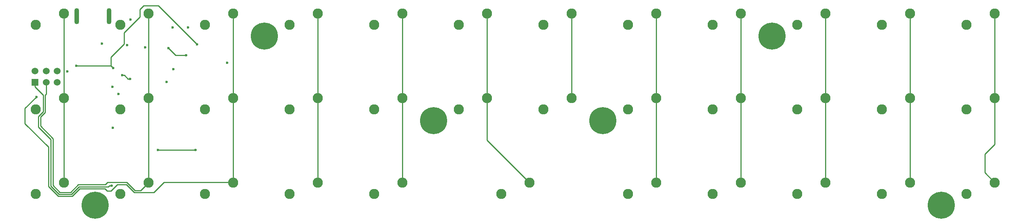
<source format=gtl>
G04 #@! TF.FileFunction,Copper,L1,Top,Signal*
%FSLAX46Y46*%
G04 Gerber Fmt 4.6, Leading zero omitted, Abs format (unit mm)*
G04 Created by KiCad (PCBNEW 4.0.4-stable) date 11/06/16 20:17:08*
%MOMM*%
%LPD*%
G01*
G04 APERTURE LIST*
%ADD10C,0.100000*%
%ADD11C,6.100000*%
%ADD12C,2.286000*%
%ADD13C,1.524000*%
%ADD14R,1.524000X1.524000*%
%ADD15O,1.100000X3.600000*%
%ADD16C,0.600000*%
%ADD17C,0.250000*%
G04 APERTURE END LIST*
D10*
D11*
X19050000Y0D03*
X-19050000Y0D03*
X95250000Y-19050000D03*
X-95250000Y-19050000D03*
X57150000Y19050000D03*
D12*
X-6985000Y5080000D03*
X-13335000Y2540000D03*
X31115000Y24130000D03*
X24765000Y21590000D03*
X2540000Y-13970000D03*
X-3810000Y-16510000D03*
X-83185000Y24130000D03*
X-89535000Y21590000D03*
D13*
X-103750000Y11120000D03*
X-106200000Y8580000D03*
X-106200000Y11120000D03*
D14*
X-108740000Y8580000D03*
D13*
X-108740000Y11120000D03*
X-103750000Y8580000D03*
D12*
X-102235000Y24130000D03*
X-108585000Y21590000D03*
X-64135000Y24130000D03*
X-70485000Y21590000D03*
X-45085000Y24130000D03*
X-51435000Y21590000D03*
X-26035000Y24130000D03*
X-32385000Y21590000D03*
X-6985000Y24130000D03*
X-13335000Y21590000D03*
X12065000Y24130000D03*
X5715000Y21590000D03*
X50165000Y24130000D03*
X43815000Y21590000D03*
X69215000Y24130000D03*
X62865000Y21590000D03*
X88265000Y24130000D03*
X81915000Y21590000D03*
X107315000Y24130000D03*
X100965000Y21590000D03*
X-102235000Y5080000D03*
X-108585000Y2540000D03*
X-83185000Y5080000D03*
X-89535000Y2540000D03*
X-64135000Y5080000D03*
X-70485000Y2540000D03*
X-45085000Y5080000D03*
X-51435000Y2540000D03*
X-26035000Y5080000D03*
X-32385000Y2540000D03*
X12065000Y5080000D03*
X5715000Y2540000D03*
X31115000Y5080000D03*
X24765000Y2540000D03*
X50165000Y5080000D03*
X43815000Y2540000D03*
X69215000Y5080000D03*
X62865000Y2540000D03*
X88265000Y5080000D03*
X81915000Y2540000D03*
X107315000Y5080000D03*
X100965000Y2540000D03*
X-102235000Y-13970000D03*
X-108585000Y-16510000D03*
X-83185000Y-13970000D03*
X-89535000Y-16510000D03*
X-64135000Y-13970000D03*
X-70485000Y-16510000D03*
X-45085000Y-13970000D03*
X-51435000Y-16510000D03*
X-26035000Y-13970000D03*
X-32385000Y-16510000D03*
X31115000Y-13970000D03*
X24765000Y-16510000D03*
X50165000Y-13970000D03*
X43815000Y-16510000D03*
X69215000Y-13970000D03*
X62865000Y-16510000D03*
X88265000Y-13970000D03*
X81915000Y-16510000D03*
X107315000Y-13970000D03*
X100965000Y-16510000D03*
D15*
X-92110000Y23490000D03*
X-99410000Y23490000D03*
D11*
X-57150000Y19050000D03*
D16*
X-87250000Y22750000D03*
X-93690000Y17350000D03*
X-101450000Y11100000D03*
X-74350000Y20950000D03*
X-77800000Y20950000D03*
X-88000000Y17000000D03*
X-84000000Y16500000D03*
X-90000000Y6000000D03*
X-65500000Y13000000D03*
X-77630000Y11570000D03*
X-79160000Y8660000D03*
X-91260000Y-1640000D03*
X-91340000Y7640000D03*
X-108450000Y5350000D03*
X-91495558Y-14629442D03*
X-91150000Y11840000D03*
X-72300000Y17150000D03*
X-99450000Y12345000D03*
X-81050000Y-6650000D03*
X-72600000Y-6650000D03*
X-87330000Y9400000D03*
X-89130000Y10200000D03*
X-78750000Y16350000D03*
X-74750000Y14700000D03*
D17*
X-103163600Y-16149990D02*
X-104690000Y-14623590D01*
X-107520000Y-1220000D02*
X-104690000Y-4050000D01*
X-104690000Y-4050000D02*
X-104690000Y-14623590D01*
X-107520000Y795948D02*
X-107520000Y-1220000D01*
X-83185000Y-13970000D02*
X-84946795Y-15731795D01*
X-84946795Y-15731795D02*
X-86281795Y-15731795D01*
X-86281795Y-15731795D02*
X-88143033Y-13870557D01*
X-88143033Y-13870557D02*
X-92395565Y-13870557D01*
X-92395565Y-13870557D02*
X-92935008Y-14410000D01*
X-92935008Y-14410000D02*
X-99021410Y-14410000D01*
X-99021410Y-14410000D02*
X-100761400Y-16149990D01*
X-100761400Y-16149990D02*
X-103163600Y-16149990D01*
X-107520000Y795948D02*
X-106452348Y1863600D01*
X-106452348Y1863600D02*
X-106452349Y3216401D01*
X-106452349Y5747651D02*
X-106200000Y6000000D01*
X-106200000Y6000000D02*
X-106200000Y8580000D01*
X-106452349Y3216401D02*
X-106452349Y5747651D01*
X-106452349Y3216401D02*
X-106450000Y3218750D01*
X-83185000Y-13970000D02*
X-83185000Y5080000D01*
X-83185000Y24130000D02*
X-83185000Y5080000D01*
X-83690000Y4350000D02*
X-82960000Y5080000D01*
X-108450000Y5350000D02*
X-111030901Y2769099D01*
X-92490000Y-15870000D02*
X-91670000Y-15870000D01*
X-111030901Y2769099D02*
X-111030901Y-694099D01*
X-111030901Y-694099D02*
X-105747820Y-5977180D01*
X-90250000Y-14450000D02*
X-88200000Y-14450000D01*
X-105747820Y-5977180D02*
X-105747820Y-14850000D01*
X-105747820Y-14850000D02*
X-103547800Y-17050020D01*
X-86450000Y-16200000D02*
X-82013520Y-16200000D01*
X-103547800Y-17050020D02*
X-100388610Y-17050020D01*
X-100388610Y-17050020D02*
X-98678590Y-15340000D01*
X-79733520Y-13920000D02*
X-63960000Y-13920000D01*
X-98678590Y-15340000D02*
X-93020000Y-15340000D01*
X-93020000Y-15340000D02*
X-92490000Y-15870000D01*
X-91670000Y-15870000D02*
X-90250000Y-14450000D01*
X-88200000Y-14450000D02*
X-86450000Y-16200000D01*
X-82013520Y-16200000D02*
X-79733520Y-13920000D01*
X-64135000Y24130000D02*
X-64135000Y5080000D01*
X-64135000Y-13970000D02*
X-64135000Y-12353554D01*
X-64135000Y-12353554D02*
X-64135000Y5080000D01*
X-105230000Y-14720000D02*
X-103350000Y-16600000D01*
X-108020000Y-1470000D02*
X-105230000Y-4260000D01*
X-105230000Y-4260000D02*
X-105230000Y-14720000D01*
X-106902358Y2050000D02*
X-108020000Y932358D01*
X-108020000Y932358D02*
X-108020000Y-1470000D01*
X-91495558Y-14629442D02*
X-92024146Y-14629442D01*
X-92024146Y-14629442D02*
X-92274704Y-14880000D01*
X-108740000Y8580000D02*
X-108740000Y7568000D01*
X-108740000Y7568000D02*
X-106902358Y5730358D01*
X-106902358Y5730358D02*
X-106902358Y2050000D01*
X-103350000Y-16600000D02*
X-100575000Y-16600000D01*
X-100575000Y-16600000D02*
X-98855000Y-14880000D01*
X-98855000Y-14880000D02*
X-92274704Y-14880000D01*
X-45085000Y5080000D02*
X-45085000Y24130000D01*
X-45085000Y-13970000D02*
X-45085000Y5080000D01*
X-84270000Y25880000D02*
X-81030000Y25880000D01*
X-81030000Y25880000D02*
X-72300000Y17150000D01*
X-85110000Y25040000D02*
X-84270000Y25880000D01*
X-85110000Y23390000D02*
X-85110000Y25040000D01*
X-88670000Y19830000D02*
X-85110000Y23390000D01*
X-88670000Y17255002D02*
X-88670000Y19830000D01*
X-91655000Y12345000D02*
X-91655000Y14270002D01*
X-91655000Y14270002D02*
X-88670000Y17255002D01*
X-99450000Y12345000D02*
X-91655000Y12345000D01*
X-91655000Y12345000D02*
X-91150000Y11840000D01*
X-72600000Y-6650000D02*
X-81050000Y-6650000D01*
X50165000Y5080000D02*
X50165000Y3463554D01*
X50165000Y3463554D02*
X50165000Y-13970000D01*
X50165000Y24130000D02*
X50165000Y5080000D01*
X69215000Y5080000D02*
X69215000Y6696446D01*
X69215000Y6696446D02*
X69215000Y24130000D01*
X69215000Y-13970000D02*
X69215000Y-12353554D01*
X69215000Y-12353554D02*
X69215000Y5080000D01*
X88265000Y24130000D02*
X88265000Y5080000D01*
X88265000Y-13970000D02*
X88265000Y-12353554D01*
X88265000Y-12353554D02*
X88265000Y5080000D01*
X107315000Y5080000D02*
X107315000Y-5315000D01*
X107315000Y-5315000D02*
X105090000Y-7540000D01*
X105090000Y-7540000D02*
X105090000Y-11745000D01*
X105090000Y-11745000D02*
X107315000Y-13970000D01*
X107315000Y24130000D02*
X107315000Y22513554D01*
X107315000Y22513554D02*
X107315000Y5080000D01*
X-102235000Y5080000D02*
X-102235000Y6696446D01*
X-102235000Y6696446D02*
X-102235000Y24130000D01*
X-102235000Y5080000D02*
X-102235000Y-13970000D01*
X-26035000Y5080000D02*
X-26035000Y3463554D01*
X-26035000Y3463554D02*
X-26035000Y-13970000D01*
X-26035000Y24130000D02*
X-26035000Y22513554D01*
X-26035000Y22513554D02*
X-26035000Y5080000D01*
X-6985000Y5080000D02*
X-6985000Y-4445000D01*
X-6985000Y-4445000D02*
X2540000Y-13970000D01*
X-6985000Y24130000D02*
X-6985000Y5080000D01*
X12065000Y24130000D02*
X12065000Y22513554D01*
X12065000Y22513554D02*
X12065000Y5080000D01*
X31115000Y5080000D02*
X31115000Y24130000D01*
X31115000Y-13970000D02*
X31115000Y5080000D01*
X-87330000Y9400000D02*
X-87830000Y9400000D01*
X-89130000Y10200000D02*
X-88630000Y10200000D01*
X-88630000Y10200000D02*
X-87830000Y9400000D01*
X-74750000Y14700000D02*
X-77100000Y14700000D01*
X-77100000Y14700000D02*
X-78750000Y16350000D01*
M02*

</source>
